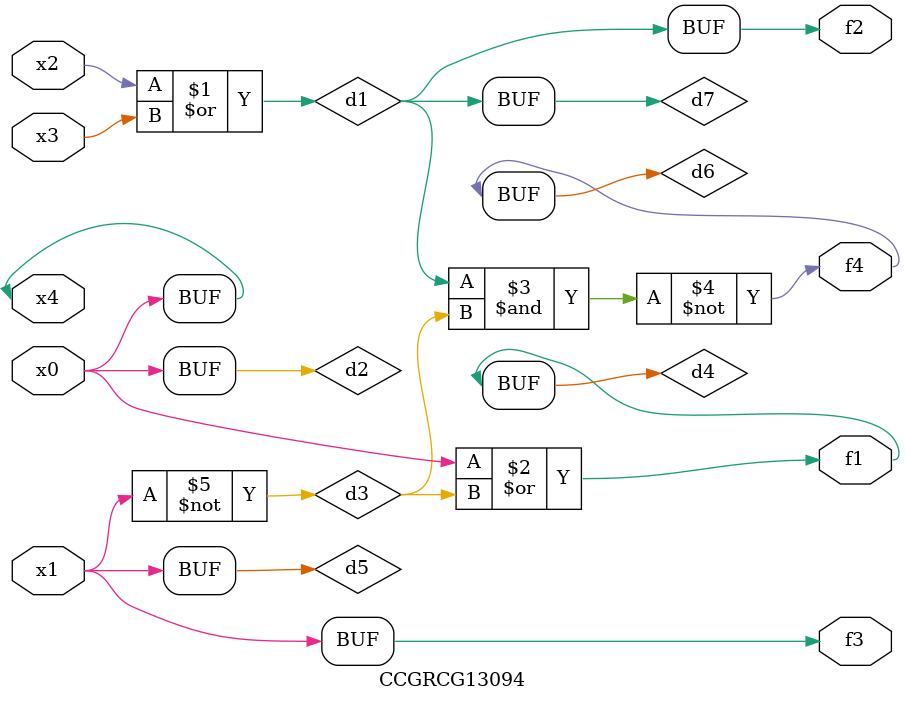
<source format=v>
module CCGRCG13094(
	input x0, x1, x2, x3, x4,
	output f1, f2, f3, f4
);

	wire d1, d2, d3, d4, d5, d6, d7;

	or (d1, x2, x3);
	buf (d2, x0, x4);
	not (d3, x1);
	or (d4, d2, d3);
	not (d5, d3);
	nand (d6, d1, d3);
	or (d7, d1);
	assign f1 = d4;
	assign f2 = d7;
	assign f3 = d5;
	assign f4 = d6;
endmodule

</source>
